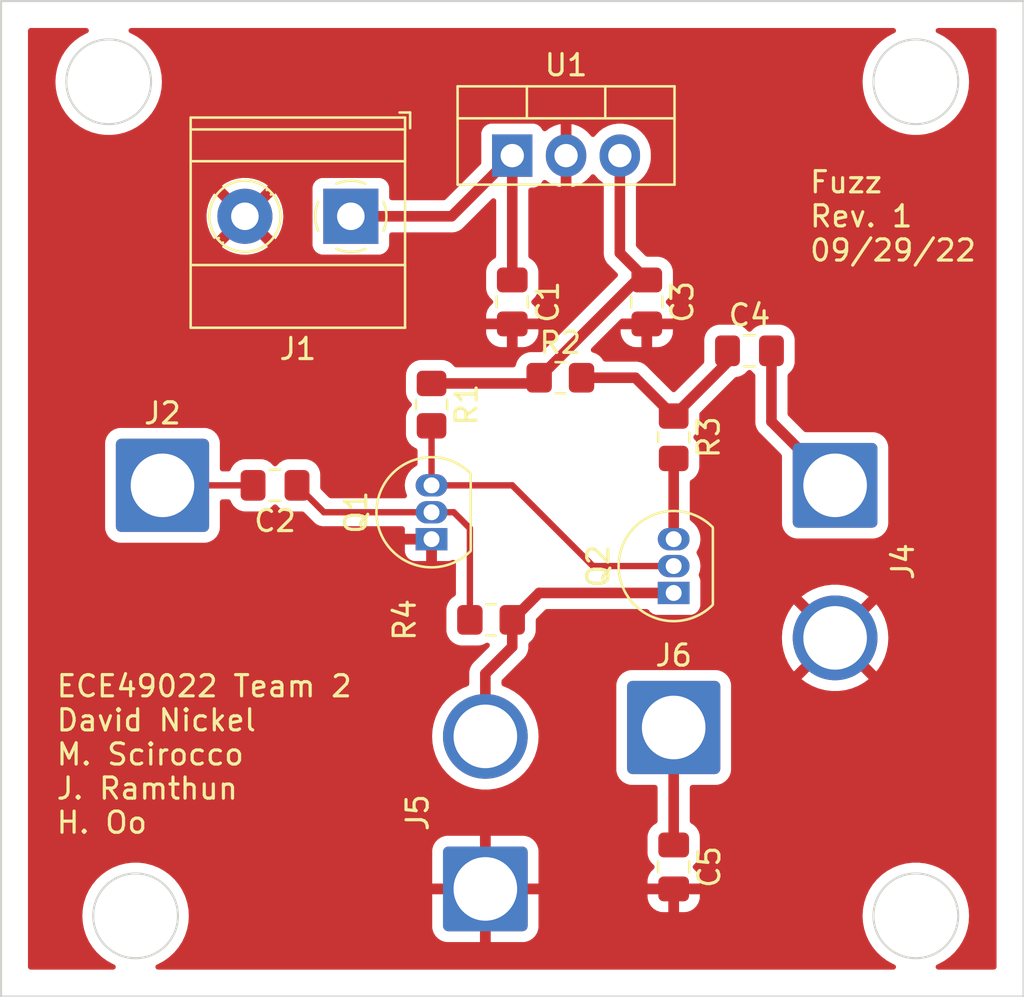
<source format=kicad_pcb>
(kicad_pcb (version 20211014) (generator pcbnew)
  (layers (0 "F.Cu" signal) (31 "B.Cu" signal) (34 "B.Paste" user) (35 "F.Paste" user) (36 "B.SilkS" user "B.Silkscreen") (37 "F.SilkS" user "F.Silkscreen") (38 "B.Mask" user) (39 "F.Mask" user) (44 "Edge.Cuts" user))
  (net 0 "")
  (net 1 "+12V")
  (net 2 "GND")
  (net 3 "/9V_CLEAN")
  (net 4 "Net-(Q1-Pad3)")
  (net 5 "Net-(C4-Pad1)")
  (net 6 "Net-(Q2-Pad3)")
  (net 7 "Net-(C2-Pad1)")
  (net 8 "Net-(J5-Pad2)")
  (net 9 "/VOL")
  (net 10 "/guitar_in")
  (net 11 "/FUZZ")
  (footprint "Resistor_SMD:R_0805_2012Metric_Pad1.20x1.40mm_HandSolder" (layer "F.Cu") (at 140.97 51.07 -90)
    (fp_text reference "R3" (at 0 -1.65 90) (layer "F.SilkS"))
    (fp_text value "6.8K")
    (fp_line (start -0.227064 0.735) (end 0.227064 0.735) (layer "F.SilkS") (width 0.12))
    (fp_line (start -0.227064 -0.735) (end 0.227064 -0.735) (layer "F.SilkS") (width 0.12))
    (pad "1" smd roundrect (at -1 0 270) (size 1.2 1.4) (layers "F.Cu" "F.Paste" "F.Mask") (roundrect_rratio 0.2083333333) (net 5 "Net-(C4-Pad1)"))
    (pad "2" smd roundrect (at 1 0 270) (size 1.2 1.4) (layers "F.Cu" "F.Paste" "F.Mask") (roundrect_rratio 0.2083333333) (net 6 "Net-(Q2-Pad3)"))
  )
  (footprint "Capacitor_SMD:C_0805_2012Metric_Pad1.18x1.45mm_HandSolder" (layer "F.Cu") (at 139.7 44.6825 -90)
    (fp_text reference "C3" (at 0 -1.68 90) (layer "F.SilkS"))
    (fp_text value "0.1u")
    (fp_line (start -0.261252 -0.735) (end 0.261252 -0.735) (layer "F.SilkS") (width 0.12))
    (fp_line (start -0.261252 0.735) (end 0.261252 0.735) (layer "F.SilkS") (width 0.12))
    (pad "1" smd roundrect (at -1.0375 0 270) (size 1.175 1.45) (layers "F.Cu" "F.Paste" "F.Mask") (roundrect_rratio 0.2127659574) (net 3 "/9V_CLEAN"))
    (pad "2" smd roundrect (at 1.0375 0 270) (size 1.175 1.45) (layers "F.Cu" "F.Paste" "F.Mask") (roundrect_rratio 0.2127659574) (net 2 "GND"))
  )
  (footprint "Resistor_SMD:R_0805_2012Metric_Pad1.20x1.40mm_HandSolder" (layer "F.Cu") (at 132.35 59.69)
    (fp_text reference "R4" (at -4.08 0 90) (layer "F.SilkS"))
    (fp_text value "100K")
    (fp_line (start -0.227064 0.735) (end 0.227064 0.735) (layer "F.SilkS") (width 0.12))
    (fp_line (start -0.227064 -0.735) (end 0.227064 -0.735) (layer "F.SilkS") (width 0.12))
    (pad "1" smd roundrect (at -1 0) (size 1.2 1.4) (layers "F.Cu" "F.Paste" "F.Mask") (roundrect_rratio 0.2083333333) (net 7 "Net-(C2-Pad1)"))
    (pad "2" smd roundrect (at 1 0) (size 1.2 1.4) (layers "F.Cu" "F.Paste" "F.Mask") (roundrect_rratio 0.2083333333) (net 8 "Net-(J5-Pad2)"))
  )
  (footprint "Package_TO_SOT_THT:TO-92_Inline" (layer "F.Cu") (at 129.54 55.88 90)
    (fp_text reference "Q1" (at 1.27 -3.56 90) (layer "F.SilkS"))
    (fp_text value "PN2222A")
    (fp_line (start -0.53 1.85) (end 3.07 1.85) (layer "F.SilkS") (width 0.12))
    (fp_arc (start 1.27 -2.6) (mid 3.672087 -0.994977) (end 3.108478 1.838478) (layer "F.SilkS") (width 0.12))
    (fp_arc (start -0.568478 1.838478) (mid -1.132087 -0.994977) (end 1.27 -2.6) (layer "F.SilkS") (width 0.12))
    (pad "1" thru_hole rect (at 0 0 90) (size 1.05 1.5) (drill 0.75) (layers *.Cu *.Mask) (net 2 "GND"))
    (pad "2" thru_hole oval (at 1.27 0 90) (size 1.05 1.5) (drill 0.75) (layers *.Cu *.Mask) (net 7 "Net-(C2-Pad1)"))
    (pad "3" thru_hole oval (at 2.54 0 90) (size 1.05 1.5) (drill 0.75) (layers *.Cu *.Mask) (net 4 "Net-(Q1-Pad3)"))
  )
  (footprint "Package_TO_SOT_THT:TO-92_Inline" (layer "F.Cu") (at 140.97 58.42 90)
    (fp_text reference "Q2" (at 1.27 -3.56 90) (layer "F.SilkS"))
    (fp_text value "PN2222A")
    (fp_line (start -0.53 1.85) (end 3.07 1.85) (layer "F.SilkS") (width 0.12))
    (fp_arc (start 1.27 -2.6) (mid 3.672087 -0.994977) (end 3.108478 1.838478) (layer "F.SilkS") (width 0.12))
    (fp_arc (start -0.568478 1.838478) (mid -1.132087 -0.994977) (end 1.27 -2.6) (layer "F.SilkS") (width 0.12))
    (pad "1" thru_hole rect (at 0 0 90) (size 1.05 1.5) (drill 0.75) (layers *.Cu *.Mask) (net 8 "Net-(J5-Pad2)"))
    (pad "2" thru_hole oval (at 1.27 0 90) (size 1.05 1.5) (drill 0.75) (layers *.Cu *.Mask) (net 4 "Net-(Q1-Pad3)"))
    (pad "3" thru_hole oval (at 2.54 0 90) (size 1.05 1.5) (drill 0.75) (layers *.Cu *.Mask) (net 6 "Net-(Q2-Pad3)"))
  )
  (footprint "Connector_Wire:SolderWire-2.5sqmm_1x02_P7.2mm_D2.4mm_OD3.6mm" (layer "F.Cu") (at 148.59 53.34 -90)
    (fp_text reference "J4" (at 3.6 -3.2 90) (layer "F.SilkS"))
    (fp_text value "Conn_01x02_Female")
    (pad "1" thru_hole roundrect (at 0 0 270) (size 4 4) (drill 3) (layers *.Cu *.Mask) (roundrect_rratio 0.0625) (net 9 "/VOL"))
    (pad "2" thru_hole circle (at 7.2 0 270) (size 4 4) (drill 3) (layers *.Cu *.Mask) (net 2 "GND"))
  )
  (footprint "Package_TO_SOT_THT:TO-220-3_Vertical" (layer "F.Cu") (at 133.35 37.775)
    (fp_text reference "U1" (at 2.54 -4.27) (layer "F.SilkS"))
    (fp_text value "L7809")
    (fp_line (start 7.66 -3.27) (end 7.66 1.371) (layer "F.SilkS") (width 0.12))
    (fp_line (start -2.58 -3.27) (end -2.58 1.371) (layer "F.SilkS") (width 0.12))
    (fp_line (start 4.391 -3.27) (end 4.391 -1.76) (layer "F.SilkS") (width 0.12))
    (fp_line (start -2.58 -1.76) (end 7.66 -1.76) (layer "F.SilkS") (width 0.12))
    (fp_line (start 0.69 -3.27) (end 0.69 -1.76) (layer "F.SilkS") (width 0.12))
    (fp_line (start -2.58 -3.27) (end 7.66 -3.27) (layer "F.SilkS") (width 0.12))
    (fp_line (start -2.58 1.371) (end 7.66 1.371) (layer "F.SilkS") (width 0.12))
    (pad "1" thru_hole rect (at 0 0) (size 1.905 2) (drill 1.1) (layers *.Cu *.Mask) (net 1 "+12V"))
    (pad "2" thru_hole oval (at 2.54 0) (size 1.905 2) (drill 1.1) (layers *.Cu *.Mask) (net 2 "GND"))
    (pad "3" thru_hole oval (at 5.08 0) (size 1.905 2) (drill 1.1) (layers *.Cu *.Mask) (net 3 "/9V_CLEAN"))
  )
  (footprint "Capacitor_SMD:C_0805_2012Metric_Pad1.18x1.45mm_HandSolder" (layer "F.Cu") (at 122.1525 53.34 180)
    (fp_text reference "C2" (at 0 -1.68) (layer "F.SilkS"))
    (fp_text value "2.2u")
    (fp_line (start -0.261252 0.735) (end 0.261252 0.735) (layer "F.SilkS") (width 0.12))
    (fp_line (start -0.261252 -0.735) (end 0.261252 -0.735) (layer "F.SilkS") (width 0.12))
    (pad "1" smd roundrect (at -1.0375 0 180) (size 1.175 1.45) (layers "F.Cu" "F.Paste" "F.Mask") (roundrect_rratio 0.2127659574) (net 7 "Net-(C2-Pad1)"))
    (pad "2" smd roundrect (at 1.0375 0 180) (size 1.175 1.45) (layers "F.Cu" "F.Paste" "F.Mask") (roundrect_rratio 0.2127659574) (net 10 "/guitar_in"))
  )
  (footprint "Capacitor_SMD:C_0805_2012Metric_Pad1.18x1.45mm_HandSolder" (layer "F.Cu") (at 140.97 71.3525 -90)
    (fp_text reference "C5" (at 0 -1.68 90) (layer "F.SilkS"))
    (fp_text value "47u")
    (fp_line (start -0.261252 -0.735) (end 0.261252 -0.735) (layer "F.SilkS") (width 0.12))
    (fp_line (start -0.261252 0.735) (end 0.261252 0.735) (layer "F.SilkS") (width 0.12))
    (pad "1" smd roundrect (at -1.0375 0 270) (size 1.175 1.45) (layers "F.Cu" "F.Paste" "F.Mask") (roundrect_rratio 0.2127659574) (net 11 "/FUZZ"))
    (pad "2" smd roundrect (at 1.0375 0 270) (size 1.175 1.45) (layers "F.Cu" "F.Paste" "F.Mask") (roundrect_rratio 0.2127659574) (net 2 "GND"))
  )
  (footprint "Connector_Wire:SolderWire-2.5sqmm_1x01_D2.4mm_OD4.4mm" (layer "F.Cu") (at 140.97 64.77)
    (fp_text reference "J6" (at 0 -3.4) (layer "F.SilkS"))
    (fp_text value "Conn_01x01_Female")
    (pad "1" thru_hole roundrect (at 0 0) (size 4.4 4.4) (drill 3) (layers *.Cu *.Mask) (roundrect_rratio 0.05681795455) (net 11 "/FUZZ"))
  )
  (footprint "Capacitor_SMD:C_0805_2012Metric_Pad1.18x1.45mm_HandSolder" (layer "F.Cu") (at 133.35 44.6825 -90)
    (fp_text reference "C1" (at 0 -1.68 90) (layer "F.SilkS"))
    (fp_text value "0.33u")
    (fp_line (start -0.261252 -0.735) (end 0.261252 -0.735) (layer "F.SilkS") (width 0.12))
    (fp_line (start -0.261252 0.735) (end 0.261252 0.735) (layer "F.SilkS") (width 0.12))
    (pad "1" smd roundrect (at -1.0375 0 270) (size 1.175 1.45) (layers "F.Cu" "F.Paste" "F.Mask") (roundrect_rratio 0.2127659574) (net 1 "+12V"))
    (pad "2" smd roundrect (at 1.0375 0 270) (size 1.175 1.45) (layers "F.Cu" "F.Paste" "F.Mask") (roundrect_rratio 0.2127659574) (net 2 "GND"))
  )
  (footprint "Connector_Wire:SolderWire-2.5sqmm_1x02_P7.2mm_D2.4mm_OD3.6mm" (layer "F.Cu") (at 132.08 72.39 90)
    (fp_text reference "J5" (at 3.6 -3.2 90) (layer "F.SilkS"))
    (fp_text value "Conn_01x02_Female")
    (pad "1" thru_hole roundrect (at 0 0 90) (size 4 4) (drill 3) (layers *.Cu *.Mask) (roundrect_rratio 0.0625) (net 2 "GND"))
    (pad "2" thru_hole circle (at 7.2 0 90) (size 4 4) (drill 3) (layers *.Cu *.Mask) (net 8 "Net-(J5-Pad2)"))
  )
  (footprint "TerminalBlock_Phoenix:TerminalBlock_Phoenix_MKDS-1,5-2_1x02_P5.00mm_Horizontal" (layer "F.Cu") (at 125.73 40.64 180)
    (fp_text reference "J1" (at 2.5 -6.26) (layer "F.SilkS"))
    (fp_text value "Screw_Terminal_01x02")
    (fp_line (start 3.773 1.023) (end 3.726 1.069) (layer "F.SilkS") (width 0.12))
    (fp_line (start 6.07 -1.275) (end 6.035 -1.239) (layer "F.SilkS") (width 0.12))
    (fp_line (start -2.8 4.9) (end -2.3 4.9) (layer "F.SilkS") (width 0.12))
    (fp_line (start 7.56 -5.261) (end 7.56 4.66) (layer "F.SilkS") (width 0.12))
    (fp_line (start -2.56 4.66) (end 7.56 4.66) (layer "F.SilkS") (width 0.12))
    (fp_line (start -2.56 -2.301) (end 7.56 -2.301) (layer "F.SilkS") (width 0.12))
    (fp_line (start -2.56 2.6) (end 7.56 2.6) (layer "F.SilkS") (width 0.12))
    (fp_line (start -2.56 -5.261) (end 7.56 -5.261) (layer "F.SilkS") (width 0.12))
    (fp_line (start -2.56 4.1) (end 7.56 4.1) (layer "F.SilkS") (width 0.12))
    (fp_line (start -2.56 -5.261) (end -2.56 4.66) (layer "F.SilkS") (width 0.12))
    (fp_line (start -2.8 4.16) (end -2.8 4.9) (layer "F.SilkS") (width 0.12))
    (fp_line (start 3.966 1.239) (end 3.931 1.274) (layer "F.SilkS") (width 0.12))
    (fp_line (start 6.275 -1.069) (end 6.228 -1.023) (layer "F.SilkS") (width 0.12))
    (fp_arc (start -1.535427 0.683042) (mid -1.680501 -0.000524) (end -1.535 -0.684) (layer "F.SilkS") (width 0.12))
    (fp_arc (start 0.683318 1.534756) (mid 0.349292 1.643288) (end 0 1.68) (layer "F.SilkS") (width 0.12))
    (fp_arc (start -0.683042 -1.535427) (mid 0.000524 -1.680501) (end 0.684 -1.535) (layer "F.SilkS") (width 0.12))
    (fp_arc (start 1.535427 -0.683042) (mid 1.680501 0.000524) (end 1.535 0.684) (layer "F.SilkS") (width 0.12))
    (fp_arc (start 0.028805 1.680253) (mid -0.335551 1.646659) (end -0.684 1.535) (layer "F.SilkS") (width 0.12))
    (fp_circle (center 5 0) (end 6.68 0) (layer "F.SilkS") (width 0.12) (fill none))
    (pad "1" thru_hole rect (at 0 0 180) (size 2.6 2.6) (drill 1.3) (layers *.Cu *.Mask) (net 1 "+12V"))
    (pad "2" thru_hole circle (at 5 0 180) (size 2.6 2.6) (drill 1.3) (layers *.Cu *.Mask) (net 2 "GND"))
  )
  (footprint "Resistor_SMD:R_0805_2012Metric_Pad1.20x1.40mm_HandSolder" (layer "F.Cu") (at 129.54 49.53 -90)
    (fp_text reference "R1" (at 0 -1.65 90) (layer "F.SilkS"))
    (fp_text value "100K")
    (fp_line (start -0.227064 0.735) (end 0.227064 0.735) (layer "F.SilkS") (width 0.12))
    (fp_line (start -0.227064 -0.735) (end 0.227064 -0.735) (layer "F.SilkS") (width 0.12))
    (pad "1" smd roundrect (at -1 0 270) (size 1.2 1.4) (layers "F.Cu" "F.Paste" "F.Mask") (roundrect_rratio 0.2083333333) (net 3 "/9V_CLEAN"))
    (pad "2" smd roundrect (at 1 0 270) (size 1.2 1.4) (layers "F.Cu" "F.Paste" "F.Mask") (roundrect_rratio 0.2083333333) (net 4 "Net-(Q1-Pad3)"))
  )
  (footprint "Connector_Wire:SolderWire-2.5sqmm_1x01_D2.4mm_OD4.4mm" (layer "F.Cu") (at 116.84 53.34)
    (fp_text reference "J2" (at 0 -3.4) (layer "F.SilkS"))
    (fp_text value "Conn_01x01_Female")
    (pad "1" thru_hole roundrect (at 0 0) (size 4.4 4.4) (drill 3) (layers *.Cu *.Mask) (roundrect_rratio 0.05681795455) (net 10 "/guitar_in"))
  )
  (footprint "Capacitor_SMD:C_0805_2012Metric_Pad1.18x1.45mm_HandSolder" (layer "F.Cu") (at 144.5475 46.99)
    (fp_text reference "C4" (at 0 -1.68) (layer "F.SilkS"))
    (fp_text value "0.03u")
    (fp_line (start -0.261252 0.735) (end 0.261252 0.735) (layer "F.SilkS") (width 0.12))
    (fp_line (start -0.261252 -0.735) (end 0.261252 -0.735) (layer "F.SilkS") (width 0.12))
    (pad "1" smd roundrect (at -1.0375 0) (size 1.175 1.45) (layers "F.Cu" "F.Paste" "F.Mask") (roundrect_rratio 0.2127659574) (net 5 "Net-(C4-Pad1)"))
    (pad "2" smd roundrect (at 1.0375 0) (size 1.175 1.45) (layers "F.Cu" "F.Paste" "F.Mask") (roundrect_rratio 0.2127659574) (net 9 "/VOL"))
  )
  (footprint "Resistor_SMD:R_0805_2012Metric_Pad1.20x1.40mm_HandSolder" (layer "F.Cu") (at 135.62 48.26)
    (fp_text reference "R2" (at 0 -1.65) (layer "F.SilkS"))
    (fp_text value "820")
    (fp_line (start -0.227064 -0.735) (end 0.227064 -0.735) (layer "F.SilkS") (width 0.12))
    (fp_line (start -0.227064 0.735) (end 0.227064 0.735) (layer "F.SilkS") (width 0.12))
    (pad "1" smd roundrect (at -1 0) (size 1.2 1.4) (layers "F.Cu" "F.Paste" "F.Mask") (roundrect_rratio 0.2083333333) (net 3 "/9V_CLEAN"))
    (pad "2" smd roundrect (at 1 0) (size 1.2 1.4) (layers "F.Cu" "F.Paste" "F.Mask") (roundrect_rratio 0.2083333333) (net 5 "Net-(C4-Pad1)"))
  )
  (gr_circle (center 152.4 73.66) (end 154.4 73.66) (layer "Edge.Cuts") (width 0.1) (fill none))
  (gr_rect (start 109.22 30.48) (end 157.48 77.47) (layer "Edge.Cuts") (width 0.1) (fill none))
  (gr_circle (center 114.3 34.29) (end 116.3 34.29) (layer "Edge.Cuts") (width 0.1) (fill none))
  (gr_circle (center 115.57 73.66) (end 117.57 73.66) (layer "Edge.Cuts") (width 0.1) (fill none))
  (gr_circle (center 152.4 34.29) (end 154.4 34.29) (layer "Edge.Cuts") (width 0.1) (fill none))
  (gr_text "Fuzz\nRev. 1\n09/29/22" (at 147.32 40.64) (layer "F.SilkS") (effects (font (size 1 1)) (justify left)))
  (gr_text "ECE49022 Team 2\nDavid Nickel\nM. Scirocco\nJ. Ramthun\nH. Oo" (at 111.76 66.04) (layer "F.SilkS") (effects (font (size 1 1)) (justify left)))
  (segment (start 130.485 40.64) (end 133.35 37.775) (width 0.5) (layer "F.Cu") (net 1))
  (segment (start 133.35 43.645) (end 133.35 37.775) (width 0.5) (layer "F.Cu") (net 1))
  (segment (start 125.73 40.64) (end 130.485 40.64) (width 0.5) (layer "F.Cu") (net 1))
  (segment (start 134.62 48.26) (end 139.235 43.645) (width 0.5) (layer "F.Cu") (net 3))
  (segment (start 138.43 42.375) (end 139.7 43.645) (width 0.5) (layer "F.Cu") (net 3))
  (segment (start 134.35 48.53) (end 134.62 48.26) (width 0.5) (layer "F.Cu") (net 3))
  (segment (start 129.54 48.53) (end 134.35 48.53) (width 0.5) (layer "F.Cu") (net 3))
  (segment (start 139.235 43.645) (end 139.7 43.645) (width 0.5) (layer "F.Cu") (net 3))
  (segment (start 138.43 37.775) (end 138.43 42.375) (width 0.5) (layer "F.Cu") (net 3))
  (segment (start 137.16 57.15) (end 140.97 57.15) (width 0.3) (layer "F.Cu") (net 4))
  (segment (start 129.54 50.53) (end 129.54 53.34) (width 0.3) (layer "F.Cu") (net 4))
  (segment (start 133.35 53.34) (end 137.16 57.15) (width 0.3) (layer "F.Cu") (net 4))
  (segment (start 129.54 53.34) (end 133.35 53.34) (width 0.3) (layer "F.Cu") (net 4))
  (segment (start 143.51 46.99) (end 143.51 47.53) (width 0.5) (layer "F.Cu") (net 5))
  (segment (start 136.62 48.26) (end 139.16 48.26) (width 0.5) (layer "F.Cu") (net 5))
  (segment (start 143.51 47.53) (end 140.97 50.07) (width 0.5) (layer "F.Cu") (net 5))
  (segment (start 139.16 48.26) (end 140.97 50.07) (width 0.5) (layer "F.Cu") (net 5))
  (segment (start 140.97 52.07) (end 140.97 55.88) (width 0.5) (layer "F.Cu") (net 6))
  (segment (start 124.46 54.61) (end 129.54 54.61) (width 0.3) (layer "F.Cu") (net 7))
  (segment (start 130.59 54.61) (end 131.35 55.37) (width 0.3) (layer "F.Cu") (net 7))
  (segment (start 129.54 54.61) (end 130.59 54.61) (width 0.3) (layer "F.Cu") (net 7))
  (segment (start 131.35 55.37) (end 131.35 59.69) (width 0.3) (layer "F.Cu") (net 7))
  (segment (start 123.19 53.34) (end 124.46 54.61) (width 0.3) (layer "F.Cu") (net 7))
  (segment (start 133.35 60.96) (end 132.08 62.23) (width 0.5) (layer "F.Cu") (net 8))
  (segment (start 134.62 58.42) (end 140.97 58.42) (width 0.5) (layer "F.Cu") (net 8))
  (segment (start 133.35 59.69) (end 134.62 58.42) (width 0.5) (layer "F.Cu") (net 8))
  (segment (start 133.35 59.69) (end 133.35 60.96) (width 0.5) (layer "F.Cu") (net 8))
  (segment (start 132.08 62.23) (end 132.08 65.19) (width 0.5) (layer "F.Cu") (net 8))
  (segment (start 145.585 46.99) (end 145.585 50.335) (width 0.5) (layer "F.Cu") (net 9))
  (segment (start 145.585 50.335) (end 148.59 53.34) (width 0.5) (layer "F.Cu") (net 9))
  (segment (start 121.115 53.34) (end 116.84 53.34) (width 0.3) (layer "F.Cu") (net 10))
  (segment (start 140.97 70.315) (end 140.97 64.77) (width 0.5) (layer "F.Cu") (net 11))
  (zone (net 2) (net_name "GND") (layer "F.Cu") (connect_pads (clearance 0.508)) (min_thickness 0.254) (fill yes (thermal_gap 0.508) (thermal_bridge_width 0.508))
    (polygon (pts (xy 156.21 76.2) (xy 110.49 76.2) (xy 110.49 31.75) (xy 156.21 31.75)))
  )
)
</source>
